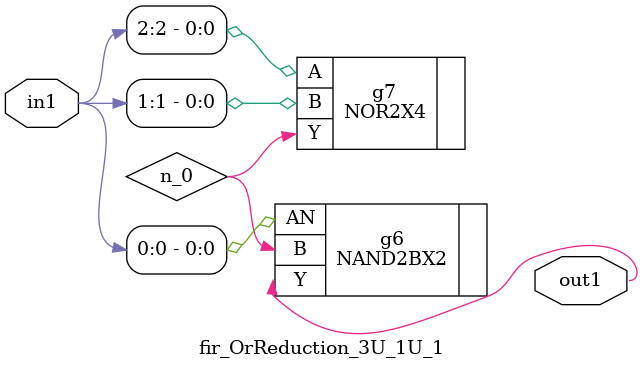
<source format=v>
`timescale 1ps / 1ps


module fir_OrReduction_3U_1U_1(in1, out1);
  input [2:0] in1;
  output out1;
  wire [2:0] in1;
  wire out1;
  wire n_0;
  NAND2BX2 g6(.AN (in1[0]), .B (n_0), .Y (out1));
  NOR2X4 g7(.A (in1[2]), .B (in1[1]), .Y (n_0));
endmodule



</source>
